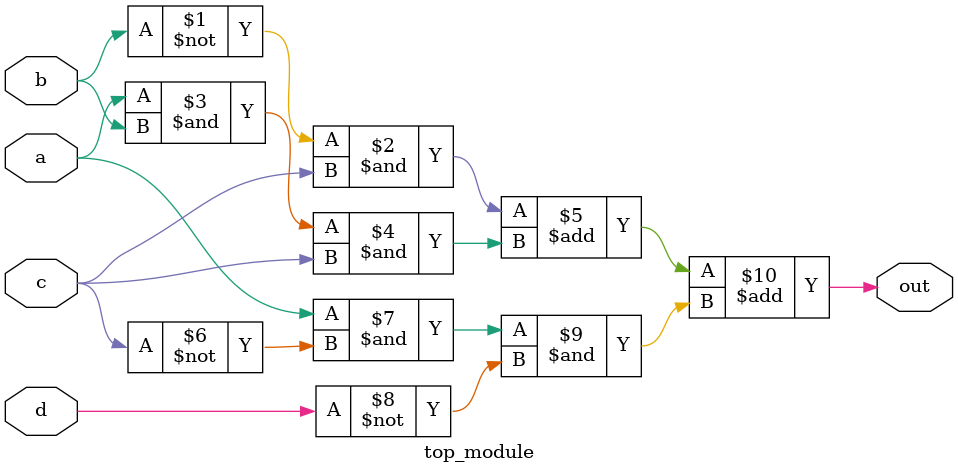
<source format=v>
module top_module(
    input a,
    input b,
    input c,
    input d,
    output out  ); 
    assign out=(~b & c)+(a & b & c)+(a & ~c & ~d);

endmodule

</source>
